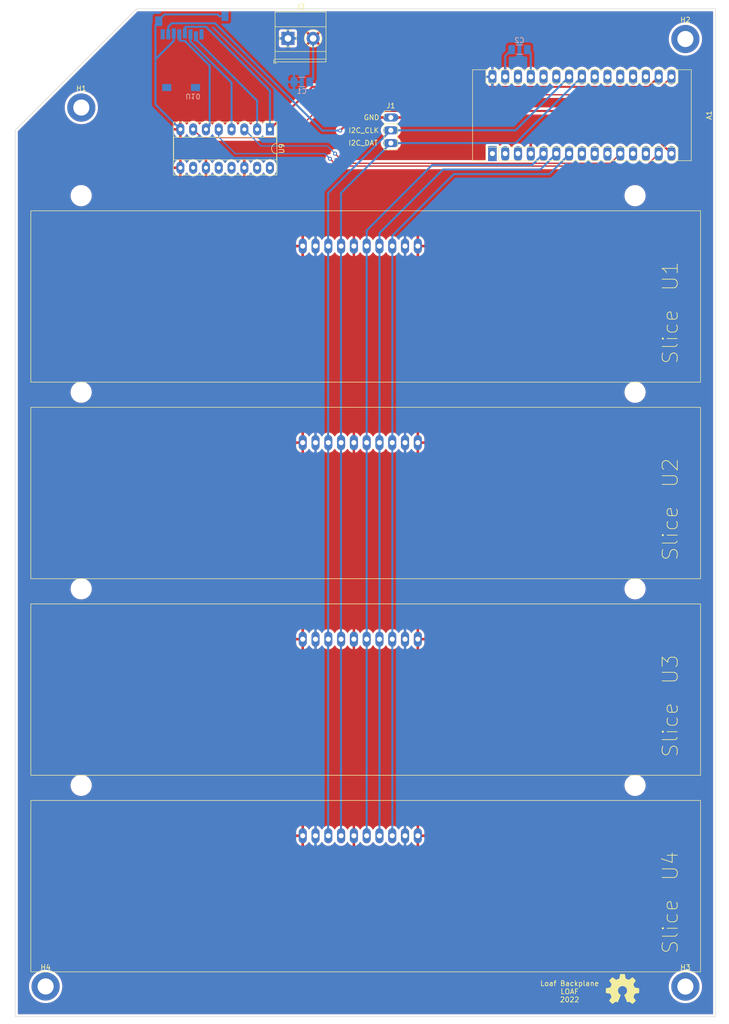
<source format=kicad_pcb>
(kicad_pcb (version 20211014) (generator pcbnew)
  (layers (0 "F.Cu" signal) (31 "B.Cu" signal) (34 "B.Paste" user) (35 "F.Paste" user) (36 "B.SilkS" user "B.Silkscreen") (37 "F.SilkS" user "F.Silkscreen") (38 "B.Mask" user) (39 "F.Mask" user) (44 "Edge.Cuts" user))
  (net 0 "")
  (net 4 "GND")
  (net 5 "/E_STOP")
  (net 6 "/INT")
  (net 7 "/SYNC")
  (net 11 "/CS")
  (net 12 "/CS5")
  (net 14 "/DI")
  (net 15 "/DO")
  (net 16 "/CLK")
  (net 17 "/3V3")
  (net 23 "/I2C_DAT")
  (net 24 "/I2C_CLK")
  (net 27 "+5V")
  (net 29 "+12V")
  (net 33 "/DI5")
  (net 35 "/CLK5")
  (footprint "Package_DIP:DIP-16_W7.62mm_Socket_LongPads" (layer "F.Cu") (at 236.484 73.924 -90)
    (fp_text reference "U9" (at 3.81 -2.33 90) (layer "F.SilkS"))
    (fp_text value "CD74HC4050")
    (fp_line (start 6.06 -1.33) (end 4.81 -1.33) (layer "F.SilkS") (width 0.12))
    (fp_line (start 9.06 19.17) (end 9.06 -1.39) (layer "F.SilkS") (width 0.12))
    (fp_line (start -1.44 19.17) (end 9.06 19.17) (layer "F.SilkS") (width 0.12))
    (fp_line (start 6.06 19.11) (end 6.06 -1.33) (layer "F.SilkS") (width 0.12))
    (fp_line (start 1.56 -1.33) (end 1.56 19.11) (layer "F.SilkS") (width 0.12))
    (fp_line (start -1.44 -1.39) (end -1.44 19.17) (layer "F.SilkS") (width 0.12))
    (fp_line (start 9.06 -1.39) (end -1.44 -1.39) (layer "F.SilkS") (width 0.12))
    (fp_line (start 1.56 19.11) (end 6.06 19.11) (layer "F.SilkS") (width 0.12))
    (fp_line (start 2.81 -1.33) (end 1.56 -1.33) (layer "F.SilkS") (width 0.12))
    (fp_arc (start 4.81 -1.33) (mid 3.81 -0.33) (end 2.81 -1.33) (layer "F.SilkS") (width 0.12))
    (pad "1" thru_hole rect (at 0 0 270) (size 2.4 1.6) (drill 0.8) (layers *.Cu *.Mask) (net 17 "/3V3"))
    (pad "2" thru_hole oval (at 0 2.54 270) (size 2.4 1.6) (drill 0.8) (layers *.Cu *.Mask) (net 11 "/CS"))
    (pad "3" thru_hole oval (at 0 5.08 270) (size 2.4 1.6) (drill 0.8) (layers *.Cu *.Mask) (net 12 "/CS5"))
    (pad "4" thru_hole oval (at 0 7.62 270) (size 2.4 1.6) (drill 0.8) (layers *.Cu *.Mask) (net 14 "/DI"))
    (pad "5" thru_hole oval (at 0 10.16 270) (size 2.4 1.6) (drill 0.8) (layers *.Cu *.Mask) (net 33 "/DI5"))
    (pad "6" thru_hole oval (at 0 12.7 270) (size 2.4 1.6) (drill 0.8) (layers *.Cu *.Mask) (net 16 "/CLK"))
    (pad "7" thru_hole oval (at 0 15.24 270) (size 2.4 1.6) (drill 0.8) (layers *.Cu *.Mask) (net 35 "/CLK5"))
    (pad "8" thru_hole oval (at 0 17.78 270) (size 2.4 1.6) (drill 0.8) (layers *.Cu *.Mask) (net 4 "GND"))
    (pad "9" thru_hole oval (at 7.62 17.78 270) (size 2.4 1.6) (drill 0.8) (layers *.Cu *.Mask) (net 4 "GND"))
    (pad "10" thru_hole oval (at 7.62 15.24 270) (size 2.4 1.6) (drill 0.8) (layers *.Cu *.Mask))
    (pad "11" thru_hole oval (at 7.62 12.7 270) (size 2.4 1.6) (drill 0.8) (layers *.Cu *.Mask) (net 4 "GND"))
    (pad "12" thru_hole oval (at 7.62 10.16 270) (size 2.4 1.6) (drill 0.8) (layers *.Cu *.Mask))
    (pad "13" thru_hole oval (at 7.62 7.62 270) (size 2.4 1.6) (drill 0.8) (layers *.Cu *.Mask))
    (pad "14" thru_hole oval (at 7.62 5.08 270) (size 2.4 1.6) (drill 0.8) (layers *.Cu *.Mask) (net 4 "GND"))
    (pad "15" thru_hole oval (at 7.62 2.54 270) (size 2.4 1.6) (drill 0.8) (layers *.Cu *.Mask))
    (pad "16" thru_hole oval (at 7.62 0 270) (size 2.4 1.6) (drill 0.8) (layers *.Cu *.Mask))
  )
  (footprint "MountingHole:MountingHole_3.2mm_M3_DIN965_Pad" (layer "F.Cu") (at 319 244)
    (fp_text reference "H3" (at 0 -3.8) (layer "F.SilkS"))
    (fp_text value "MountingHole")
    (pad "1" thru_hole circle (at 0 0) (size 5.6 5.6) (drill 3.2) (layers *.Cu *.Mask))
  )
  (footprint "Module:Arduino_Nano" (layer "F.Cu") (at 280.67 78.73 90)
    (fp_text reference "A1" (at 7.61 43.05 90) (layer "F.SilkS"))
    (fp_text value "Arduino_Nano_v3.x")
    (fp_line (start -1.4 39.5) (end 16.64 39.5) (layer "F.SilkS") (width 0.12))
    (fp_line (start -1.4 1.27) (end -1.4 39.5) (layer "F.SilkS") (width 0.12))
    (fp_line (start 16.64 -3.94) (end -1.4 -3.94) (layer "F.SilkS") (width 0.12))
    (fp_line (start 13.97 -1.27) (end 13.97 36.83) (layer "F.SilkS") (width 0.12))
    (fp_line (start 1.27 -1.27) (end -1.4 -1.27) (layer "F.SilkS") (width 0.12))
    (fp_line (start 16.64 39.5) (end 16.64 -3.94) (layer "F.SilkS") (width 0.12))
    (fp_line (start 1.27 1.27) (end 1.27 36.83) (layer "F.SilkS") (width 0.12))
    (fp_line (start 13.97 36.83) (end 16.64 36.83) (layer "F.SilkS") (width 0.12))
    (fp_line (start 1.27 1.27) (end -1.4 1.27) (layer "F.SilkS") (width 0.12))
    (fp_line (start 1.27 36.83) (end -1.4 36.83) (layer "F.SilkS") (width 0.12))
    (fp_line (start 1.27 1.27) (end 1.27 -1.27) (layer "F.SilkS") (width 0.12))
    (fp_line (start -1.4 -3.94) (end -1.4 -1.27) (layer "F.SilkS") (width 0.12))
    (fp_line (start 13.97 -1.27) (end 16.64 -1.27) (layer "F.SilkS") (width 0.12))
    (pad "1" thru_hole rect (at 0 0 180) (size 1.7 3) (drill 1) (layers *.Cu *.Mask))
    (pad "2" thru_hole oval (at 0 2.54 180) (size 1.6 3) (drill 1) (layers *.Cu *.Mask))
    (pad "3" thru_hole oval (at 0 5.08 180) (size 1.6 3) (drill 1) (layers *.Cu *.Mask))
    (pad "4" thru_hole oval (at 0 7.62 180) (size 1.6 3) (drill 1) (layers *.Cu *.Mask) (net 4 "GND"))
    (pad "5" thru_hole oval (at 0 10.16 180) (size 1.6 3) (drill 1) (layers *.Cu *.Mask) (net 5 "/E_STOP"))
    (pad "6" thru_hole oval (at 0 12.7 180) (size 1.6 3) (drill 1) (layers *.Cu *.Mask) (net 6 "/INT"))
    (pad "7" thru_hole oval (at 0 15.24 180) (size 1.6 3) (drill 1) (layers *.Cu *.Mask) (net 7 "/SYNC"))
    (pad "8" thru_hole oval (at 0 17.78 180) (size 1.6 3) (drill 1) (layers *.Cu *.Mask))
    (pad "9" thru_hole oval (at 0 20.32 180) (size 1.6 3) (drill 1) (layers *.Cu *.Mask))
    (pad "10" thru_hole oval (at 0 22.86 180) (size 1.6 3) (drill 1) (layers *.Cu *.Mask))
    (pad "11" thru_hole oval (at 0 25.4 180) (size 1.6 3) (drill 1) (layers *.Cu *.Mask) (net 12 "/CS5"))
    (pad "12" thru_hole oval (at 0 27.94 180) (size 1.6 3) (drill 1) (layers *.Cu *.Mask))
    (pad "13" thru_hole oval (at 0 30.48 180) (size 1.6 3) (drill 1) (layers *.Cu *.Mask))
    (pad "14" thru_hole oval (at 0 33.02 180) (size 1.6 3) (drill 1) (layers *.Cu *.Mask) (net 33 "/DI5"))
    (pad "15" thru_hole oval (at 0 35.56 180) (size 1.6 3) (drill 1) (layers *.Cu *.Mask) (net 15 "/DO"))
    (pad "16" thru_hole oval (at 15.24 35.56 180) (size 1.6 3) (drill 1) (layers *.Cu *.Mask) (net 35 "/CLK5"))
    (pad "17" thru_hole oval (at 15.24 33.02 180) (size 1.6 3) (drill 1) (layers *.Cu *.Mask) (net 17 "/3V3"))
    (pad "18" thru_hole oval (at 15.24 30.48 180) (size 1.6 3) (drill 1) (layers *.Cu *.Mask))
    (pad "19" thru_hole oval (at 15.24 27.94 180) (size 1.6 3) (drill 1) (layers *.Cu *.Mask))
    (pad "20" thru_hole oval (at 15.24 25.4 180) (size 1.6 3) (drill 1) (layers *.Cu *.Mask))
    (pad "21" thru_hole oval (at 15.24 22.86 180) (size 1.6 3) (drill 1) (layers *.Cu *.Mask))
    (pad "22" thru_hole oval (at 15.24 20.32 180) (size 1.6 3) (drill 1) (layers *.Cu *.Mask))
    (pad "23" thru_hole oval (at 15.24 17.78 180) (size 1.6 3) (drill 1) (layers *.Cu *.Mask) (net 23 "/I2C_DAT"))
    (pad "24" thru_hole oval (at 15.24 15.24 180) (size 1.6 3) (drill 1) (layers *.Cu *.Mask) (net 24 "/I2C_CLK"))
    (pad "25" thru_hole oval (at 15.24 12.7 180) (size 1.6 3) (drill 1) (layers *.Cu *.Mask))
    (pad "26" thru_hole oval (at 15.24 10.16 180) (size 1.6 3) (drill 1) (layers *.Cu *.Mask))
    (pad "27" thru_hole oval (at 15.24 7.62 180) (size 1.6 3) (drill 1) (layers *.Cu *.Mask) (net 27 "+5V"))
    (pad "28" thru_hole oval (at 15.24 5.08 180) (size 1.6 3) (drill 1) (layers *.Cu *.Mask))
    (pad "29" thru_hole oval (at 15.24 2.54 180) (size 1.6 3) (drill 1) (layers *.Cu *.Mask) (net 4 "GND"))
    (pad "30" thru_hole oval (at 15.24 0 180) (size 1.6 3) (drill 1) (layers *.Cu *.Mask) (net 29 "+12V"))
  )
  (footprint "Custom_Components:BREAD_Slice_Mounting" (layer "F.Cu") (at 309 204.08 180)
    (fp_text reference "U4" (at -7 -16 90 unlocked) (layer "F.SilkS") (effects (font (size 3 3))))
    (fp_text value "BREAD_Slice_Mounting")
    (fp_text user "Slice" (at -7 -28 90 unlocked) (layer "F.SilkS") (effects (font (size 3 3))))
    (fp_rect (start -13 -37) (end 120 -3) (layer "F.SilkS") (width 0.12) (fill none))
    (pad "" np_thru_hole circle (at 0 0 180) (size 3.2 3.2) (drill 3.2) (layers F&B.Cu *.Mask))
    (pad "" np_thru_hole circle (at 110 0 180) (size 3.2 3.2) (drill 3.2) (layers F&B.Cu *.Mask))
    (pad "1" thru_hole oval (at 66 -10) (size 1.6 3) (drill 1) (layers *.Cu *.Mask) (net 4 "GND"))
    (pad "2" thru_hole oval (at 63.46 -10) (size 1.6 3) (drill 1) (layers *.Cu *.Mask) (net 29 "+12V"))
    (pad "3" thru_hole oval (at 60.92 -10 180) (size 1.6 3) (drill 1) (layers *.Cu *.Mask) (net 24 "/I2C_CLK"))
    (pad "4" thru_hole oval (at 58.38 -10 180) (size 1.6 3) (drill 1) (layers *.Cu *.Mask) (net 23 "/I2C_DAT"))
    (pad "5" thru_hole oval (at 55.84 -10 180) (size 1.6 3) (drill 1) (layers *.Cu *.Mask) (net 4 "GND"))
    (pad "6" thru_hole oval (at 53.3 -10 180) (size 1.6 3) (drill 1) (layers *.Cu *.Mask) (net 5 "/E_STOP"))
    (pad "7" thru_hole oval (at 50.76 -10 180) (size 1.6 3) (drill 1) (layers *.Cu *.Mask) (net 6 "/INT"))
    (pad "8" thru_hole oval (at 48.22 -10 180) (size 1.6 3) (drill 1) (layers *.Cu *.Mask) (net 7 "/SYNC"))
    (pad "9" thru_hole oval (at 45.68 -10 180) (size 1.6 3) (drill 1) (layers *.Cu *.Mask) (net 29 "+12V"))
    (pad "10" thru_hole oval (at 43.14 -10 180) (size 1.6 3) (drill 1) (layers *.Cu *.Mask) (net 4 "GND"))
  )
  (footprint "Custom_Components:BREAD_Slice_Mounting" (layer "F.Cu") (at 309 126.08 180)
    (fp_text reference "U2" (at -7 -16 90 unlocked) (layer "F.SilkS") (effects (font (size 3 3))))
    (fp_text value "BREAD_Slice_Mounting")
    (fp_text user "Slice" (at -7 -28 90 unlocked) (layer "F.SilkS") (effects (font (size 3 3))))
    (fp_rect (start -13 -37) (end 120 -3) (layer "F.SilkS") (width 0.12) (fill none))
    (pad "" np_thru_hole circle (at 0 0 180) (size 3.2 3.2) (drill 3.2) (layers F&B.Cu *.Mask))
    (pad "" np_thru_hole circle (at 110 0 180) (size 3.2 3.2) (drill 3.2) (layers F&B.Cu *.Mask))
    (pad "1" thru_hole oval (at 66 -10) (size 1.6 3) (drill 1) (layers *.Cu *.Mask) (net 4 "GND"))
    (pad "2" thru_hole oval (at 63.46 -10) (size 1.6 3) (drill 1) (layers *.Cu *.Mask) (net 29 "+12V"))
    (pad "3" thru_hole oval (at 60.92 -10 180) (size 1.6 3) (drill 1) (layers *.Cu *.Mask) (net 24 "/I2C_CLK"))
    (pad "4" thru_hole oval (at 58.38 -10 180) (size 1.6 3) (drill 1) (layers *.Cu *.Mask) (net 23 "/I2C_DAT"))
    (pad "5" thru_hole oval (at 55.84 -10 180) (size 1.6 3) (drill 1) (layers *.Cu *.Mask) (net 4 "GND"))
    (pad "6" thru_hole oval (at 53.3 -10 180) (size 1.6 3) (drill 1) (layers *.Cu *.Mask) (net 5 "/E_STOP"))
    (pad "7" thru_hole oval (at 50.76 -10 180) (size 1.6 3) (drill 1) (layers *.Cu *.Mask) (net 6 "/INT"))
    (pad "8" thru_hole oval (at 48.22 -10 180) (size 1.6 3) (drill 1) (layers *.Cu *.Mask) (net 7 "/SYNC"))
    (pad "9" thru_hole oval (at 45.68 -10 180) (size 1.6 3) (drill 1) (layers *.Cu *.Mask) (net 29 "+12V"))
    (pad "10" thru_hole oval (at 43.14 -10 180) (size 1.6 3) (drill 1) (layers *.Cu *.Mask) (net 4 "GND"))
  )
  (footprint "MountingHole:MountingHole_3.2mm_M3_DIN965_Pad" (layer "F.Cu") (at 199.03 69.6)
    (fp_text reference "H1" (at 0 -3.8) (layer "F.SilkS"))
    (fp_text value "MountingHole")
    (pad "1" thru_hole circle (at 0 0) (size 5.6 5.6) (drill 3.2) (layers *.Cu *.Mask))
  )
  (footprint "MountingHole:MountingHole_3.2mm_M3_DIN965_Pad" (layer "F.Cu") (at 191.94 243.98)
    (fp_text reference "H4" (at 0 -3.8) (layer "F.SilkS"))
    (fp_text value "MountingHole")
    (pad "1" thru_hole circle (at 0 0) (size 5.6 5.6) (drill 3.2) (layers *.Cu *.Mask))
  )
  (footprint "Custom_Components:BREAD_Slice_Mounting" (layer "F.Cu") (at 309 165.08 180)
    (fp_text reference "U3" (at -7 -16 90 unlocked) (layer "F.SilkS") (effects (font (size 3 3))))
    (fp_text value "BREAD_Slice_Mounting")
    (fp_text user "Slice" (at -7 -28 90 unlocked) (layer "F.SilkS") (effects (font (size 3 3))))
    (fp_rect (start -13 -37) (end 120 -3) (layer "F.SilkS") (width 0.12) (fill none))
    (pad "" np_thru_hole circle (at 110 0 180) (size 3.2 3.2) (drill 3.2) (layers F&B.Cu *.Mask))
    (pad "" np_thru_hole circle (at 0 0 180) (size 3.2 3.2) (drill 3.2) (layers F&B.Cu *.Mask))
    (pad "1" thru_hole oval (at 66 -10) (size 1.6 3) (drill 1) (layers *.Cu *.Mask) (net 4 "GND"))
    (pad "2" thru_hole oval (at 63.46 -10) (size 1.6 3) (drill 1) (layers *.Cu *.Mask) (net 29 "+12V"))
    (pad "3" thru_hole oval (at 60.92 -10 180) (size 1.6 3) (drill 1) (layers *.Cu *.Mask) (net 24 "/I2C_CLK"))
    (pad "4" thru_hole oval (at 58.38 -10 180) (size 1.6 3) (drill 1) (layers *.Cu *.Mask) (net 23 "/I2C_DAT"))
    (pad "5" thru_hole oval (at 55.84 -10 180) (size 1.6 3) (drill 1) (layers *.Cu *.Mask) (net 4 "GND"))
    (pad "6" thru_hole oval (at 53.3 -10 180) (size 1.6 3) (drill 1) (layers *.Cu *.Mask) (net 5 "/E_STOP"))
    (pad "7" thru_hole oval (at 50.76 -10 180) (size 1.6 3) (drill 1) (layers *.Cu *.Mask) (net 6 "/INT"))
    (pad "8" thru_hole oval (at 48.22 -10 180) (size 1.6 3) (drill 1) (layers *.Cu *.Mask) (net 7 "/SYNC"))
    (pad "9" thru_hole oval (at 45.68 -10 180) (size 1.6 3) (drill 1) (layers *.Cu *.Mask) (net 29 "+12V"))
    (pad "10" thru_hole oval (at 43.14 -10 180) (size 1.6 3) (drill 1) (layers *.Cu *.Mask) (net 4 "GND"))
  )
  (footprint "TerminalBlock_Phoenix:TerminalBlock_Phoenix_MKDS-1,5-2_1x02_P5.00mm_Horizontal" (layer "F.Cu") (at 240.067657 55.88)
    (fp_text reference "J2" (at 2.5 -6.26) (layer "F.SilkS"))
    (fp_text value "Screw_Terminal_01x02")
    (fp_line (start -2.56 -5.261) (end 7.56 -5.261) (layer "F.SilkS") (width 0.12))
    (fp_line (start -2.8 4.16) (end -2.8 4.9) (layer "F.SilkS") (width 0.12))
    (fp_line (start 6.275 -1.069) (end 6.228 -1.023) (layer "F.SilkS") (width 0.12))
    (fp_line (start -2.56 4.1) (end 7.56 4.1) (layer "F.SilkS") (width 0.12))
    (fp_line (start 3.773 1.023) (end 3.726 1.069) (layer "F.SilkS") (width 0.12))
    (fp_line (start 6.07 -1.275) (end 6.035 -1.239) (layer "F.SilkS") (width 0.12))
    (fp_line (start -2.8 4.9) (end -2.3 4.9) (layer "F.SilkS") (width 0.12))
    (fp_line (start -2.56 -5.261) (end -2.56 4.66) (layer "F.SilkS") (width 0.12))
    (fp_line (start -2.56 4.66) (end 7.56 4.66) (layer "F.SilkS") (width 0.12))
    (fp_line (start 7.56 -5.261) (end 7.56 4.66) (layer "F.SilkS") (width 0.12))
    (fp_line (start -2.56 2.6) (end 7.56 2.6) (layer "F.SilkS") (width 0.12))
    (fp_line (start 3.966 1.239) (end 3.931 1.274) (layer "F.SilkS") (width 0.12))
    (fp_line (start -2.56 -2.301) (end 7.56 -2.301) (layer "F.SilkS") (width 0.12))
    (fp_arc (start 0.683318 1.534756) (mid 0.349292 1.643288) (end 0 1.68) (layer "F.SilkS") (width 0.12))
    (fp_arc (start -0.683042 -1.535427) (mid 0.000524 -1.680501) (end 0.684 -1.535) (layer "F.SilkS") (width 0.12))
    (fp_arc (start -1.535427 0.683042) (mid -1.680501 -0.000524) (end -1.535 -0.684) (layer "F.SilkS") (width 0.12))
    (fp_arc (start 1.535427 -0.683042) (mid 1.680501 0.000524) (end 1.535 0.684) (layer "F.SilkS") (width 0.12))
    (fp_arc (start 0.028805 1.680253) (mid -0.335551 1.646659) (end -0.684 1.535) (layer "F.SilkS") (width 0.12))
    (fp_circle (center 5 0) (end 6.68 0) (layer "F.SilkS") (width 0.12) (fill none))
    (pad "1" thru_hole rect (at 0 0) (size 2.6 2.6) (drill 1.3) (layers *.Cu *.Mask) (net 29 "+12V"))
    (pad "2" thru_hole circle (at 5 0) (size 2.6 2.6) (drill 1.3) (layers *.Cu *.Mask) (net 4 "GND"))
  )
  (footprint "MountingHole:MountingHole_3.2mm_M3_DIN965_Pad" (layer "F.Cu") (at 319 56)
    (fp_text reference "H2" (at 0 -3.8) (layer "F.SilkS"))
    (fp_text value "MountingHole")
    (pad "1" thru_hole circle (at 0 0) (size 5.6 5.6) (drill 3.2) (layers *.Cu *.Mask))
  )
  (footprint "Symbol:OSHW-Symbol_6.7x6mm_SilkScreen" (layer "F.Cu") (at 306.5 244.5)
    (fp_text reference "Logo1" hide)
    (fp_text value "Logo_Open_Hardware_Small" hide)
    (fp_poly (pts (xy 0.555814 -2.531069) (xy 0.639635 -2.086445) (xy 0.94892 -1.958947) (xy 1.258206 -1.831449) (xy 1.629246 -2.083754) (xy 1.733157 -2.154004) (xy 1.827087 -2.216728) (xy 1.906652 -2.269062) (xy 1.96747 -2.308143) (xy 2.005157 -2.331107) (xy 2.015421 -2.336058) (xy 2.03391 -2.323324) (xy 2.07342 -2.288118) (xy 2.129522 -2.234938) (xy 2.197787 -2.168282) (xy 2.273786 -2.092646) (xy 2.353092 -2.012528) (xy 2.431275 -1.932426) (xy 2.503907 -1.856836) (xy 2.566559 -1.790255) (xy 2.614803 -1.737182) (xy 2.64421 -1.702113) (xy 2.651241 -1.690377) (xy 2.641123 -1.66874) (xy 2.612759 -1.621338) (xy 2.569129 -1.552807) (xy 2.513218 -1.467785) (xy 2.448006 -1.370907) (xy 2.410219 -1.31565) (xy 2.341343 -1.214752) (xy 2.28014 -1.123701) (xy 2.229578 -1.04703) (xy 2.192628 -0.989272) (xy 2.172258 -0.954957) (xy 2.169197 -0.947746) (xy 2.176136 -0.927252) (xy 2.195051 -0.879487) (xy 2.223087 -0.811168) (xy 2.257391 -0.729011) (xy 2.295109 -0.63973) (xy 2.333387 -0.550042) (xy 2.36937 -0.466662) (xy 2.400206 -0.396306) (xy 2.423039 -0.34569) (xy 2.435017 -0.321529) (xy 2.435724 -0.320578) (xy 2.454531 -0.315964) (xy 2.504618 -0.305672) (xy 2.580793 -0.290713) (xy 2.677865 -0.272099) (xy 2.790643 -0.250841) (xy 2.856442 -0.238582) (xy 2.97695 -0.215638) (xy 3.085797 -0.193805) (xy 3.177476 -0.174278) (xy 3.246481 -0.158252) (xy 3.287304 -0.146921) (xy 3.295511 -0.143326) (xy 3.303548 -0.118994) (xy 3.310033 -0.064041) (xy 3.31497 0.015108) (xy 3.318364 0.112026) (xy 3.320218 0.220287) (xy 3.320538 0.333465) (xy 3.319327 0.445135) (xy 3.31659 0.548868) (xy 3.312331 0.638241) (xy 3.306555 0.706826) (xy 3.299267 0.748197) (xy 3.294895 0.75681) (xy 3.268764 0.767133) (xy 3.213393 0.781892) (xy 3.136107 0.799352) (xy 3.04423 0.81778) (xy 3.012158 0.823741) (xy 2.857524 0.852066) (xy 2.735375 0.874876) (xy 2.641673 0.89308) (xy 2.572384 0.907583) (xy 2.523471 0.919292) (xy 2.490897 0.929115) (xy 2.470628 0.937956) (xy 2.458626 0.946724) (xy 2.456947 0.948457) (xy 2.440184 0.976371) (xy 2.414614 1.030695) (xy 2.382788 1.104777) (xy 2.34726 1.191965) (xy 2.310583 1.285608) (xy 2.275311 1.379052) (xy 2.243996 1.465647) (xy 2.219193 1.53874) (xy 2.203454 1.591678) (xy 2.199332 1.617811) (xy 2.199676 1.618726) (xy 2.213641 1.640086) (xy 2.245322 1.687084) (xy 2.291391 1.754827) (xy 2.348518 1.838423) (xy 2.413373 1.932982) (xy 2.431843 1.959854) (xy 2.497699 2.057275) (xy 2.55565 2.146163) (xy 2.602538 2.221412) (xy 2.635207 2.27792) (xy 2.6505 2.310581) (xy 2.651241 2.314593) (xy 2.638392 2.335684) (xy 2.602888 2.377464) (xy 2.549293 2.435445) (xy 2.482171 2.505135) (xy 2.406087 2.582045) (xy 2.325604 2.661683) (xy 2.245287 2.739561) (xy 2.169699 2.811186) (xy 2.103405 2.87207) (xy 2.050969 2.917721) (xy 2.016955 2.94365) (xy 2.007545 2.947883) (xy 1.985643 2.937912) (xy 1.9408 2.91102) (xy 1.880321 2.871736) (xy 1.833789 2.840117) (xy 1.749475 2.782098) (xy 1.649626 2.713784) (xy 1.549473 2.645579) (xy 1.495627 2.609075) (xy 1.313371 2.4858) (xy 1.160381 2.56852) (xy 1.090682 2.604759) (xy 1.031414 2.632926) (xy 0.991311 2.648991) (xy 0.981103 2.651226) (xy 0.968829 2.634722) (xy 0.944613 2.588082) (xy 0.910263 2.515609) (xy 0.867588 2.421606) (xy 0.818394 2.310374) (xy 0.76449 2.186215) (xy 0.707684 2.053432) (xy 0.649782 1.916327) (xy 0.592593 1.779202) (xy 0.537924 1.646358) (xy 0.487584 1.522098) (xy 0.44338 1.410725) (xy 0.407119 1.316539) (xy 0.380609 1.243844) (xy 0.365658 1.196941) (xy 0.363254 1.180833) (xy 0.382311 1.160286) (xy 0.424036 1.126933) (xy 0.479706 1.087702) (xy 0.484378 1.084599) (xy 0.628264 0.969423) (xy 0.744283 0.835053) (xy 0.83143 0.685784) (xy 0.888699 0.525913) (xy 0.915086 0.359737) (xy 0.909585 0.191552) (xy 0.87119 0.025655) (xy 0.798895 -0.133658) (xy 0.777626 -0.168513) (xy 0.666996 -0.309263) (xy 0.536302 -0.422286) (xy 0.390064 -0.506997) (xy 0.232808 -0.562806) (xy 0.069057 -0.589126) (xy -0.096667 -0.58537) (xy -0.259838 -0.55095) (xy -0.415935 -0.485277) (xy -0.560433 -0.387765) (xy -0.605131 -0.348187) (xy -0.718888 -0.224297) (xy -0.801782 -0.093876) (xy -0.858644 0.052315) (xy -0.890313 0.197088) (xy -0.898131 0.35986) (xy -0.872062 0.52344) (xy -0.814755 0.682298) (xy -0.728856 0.830906) (xy -0.617014 0.963735) (xy -0.481877 1.075256) (xy -0.464117 1.087011) (xy -0.40785 1.125508) (xy -0.365077 1.158863) (xy -0.344628 1.18016) (xy -0.344331 1.180833) (xy -0.348721 1.203871) (xy -0.366124 1.256157) (xy -0.394732 1.33339) (xy -0.432735 1.431268) (xy -0.478326 1.545491) (xy -0.529697 1.671758) (xy -0.585038 1.805767) (xy -0.642542 1.943218) (xy -0.700399 2.079808) (xy -0.756802 2.211237) (xy -0.809942 2.333205) (xy -0.85801 2.441409) (xy -0.899199 2.531549) (xy -0.931699 2.599323) (xy -0.953703 2.64043) (xy -0.962564 2.651226) (xy -0.98964 2.642819) (xy -1.040303 2.620272) (xy -1.105817 2.587613) (xy -1.141841 2.56852) (xy -1.294832 2.4858) (xy -1.477088 2.609075) (xy -1.570125 2.672228) (xy -1.671985 2.741727) (xy -1.767438 2.807165) (xy -1.81525 2.840117) (xy -1.882495 2.885273) (xy -1.939436 2.921057) (xy -1.978646 2.942938) (xy -1.991381 2.947563) (xy -2.009917 2.935085) (xy -2.050941 2.900252) (xy -2.110475 2.846678) (xy -2.184542 2.777983) (xy -2.269165 2.697781) (xy -2.322685 2.646286) (xy -2.416319 2.554286) (xy -2.497241 2.471999) (xy -2.562177 2.402945) (xy -2.607858 2.350644) (xy -2.631011 2.318616) (xy -2.633232 2.312116) (xy -2.622924 2.287394) (xy -2.594439 2.237405) (xy -2.550937 2.167212) (xy -2.495577 2.081875) (xy -2.43152 1.986456) (xy -2.413303 1.959854) (xy -2.346927 1.863167) (xy -2.287378 1.776117) (xy -2.237984 1.703595) (xy -2.202075 1.650493) (xy -2.182981 1.621703) (xy -2.181136 1.618726) (xy -2.183895 1.595782) (xy -2.198538 1.545336) (xy -2.222513 1.474041) (xy -2.253266 1.388547) (xy -2.288244 1.295507) (xy -2.324893 1.201574) (xy -2.360661 1.113399) (xy -2.392994 1.037634) (xy -2.419338 0.980931) (xy -2.437142 0.949943) (xy -2.438407 0.948457) (xy -2.449294 0.939601) (xy -2.467682 0.930843) (xy -2.497606 0.921277) (xy -2.543103 0.909996) (xy -2.608209 0.896093) (xy -2.696961 0.878663) (xy -2.813393 0.856798) (xy -2.961542 0.829591) (xy -2.993618 0.823741) (xy -3.088686 0.805374) (xy -3.171565 0.787405) (xy -3.23493 0.771569) (xy -3.271458 0.7596) (xy -3.276356 0.75681) (xy -3.284427 0.732072) (xy -3.290987 0.67679) (xy -3.296033 0.597389) (xy -3.299559 0.500296) (xy -3.301561 0.391938) (xy -3.302036 0.27874) (xy -3.300977 0.167128) (xy -3.298382 0.063529) (xy -3.294246 -0.025632) (xy -3.288563 -0.093928) (xy -3.281331 -0.134934) (xy -3.276971 -0.143326) (xy -3.252698 -0.151792) (xy -3.197426 -0.165565) (xy -3.116662 -0.18345) (xy -3.015912 -0.204252) (xy -2.900683 -0.226777) (xy -2.837902 -0.238582) (xy -2.718787 -0.260849) (xy -2.612565 -0.281021) (xy -2.524427 -0.298085) (xy -2.459566 -0.311031) (xy -2.423174 -0.318845) (xy -2.417184 -0.320578) (xy -2.407061 -0.34011) (xy -2.385662 -0.387157) (xy -2.355839 -0.454997) (xy -2.320445 -0.536909) (xy -2.282332 -0.626172) (xy -2.244353 -0.716065) (xy -2.20936 -0.799865) (xy -2.180206 -0.870853) (xy -2.159743 -0.922306) (xy -2.150823 -0.947503) (xy -2.150657 -0.948604) (xy -2.160769 -0.968481) (xy -2.189117 -1.014223) (xy -2.232723 -1.081283) (xy -2.288606 -1.165116) (xy -2.353787 -1.261174) (xy -2.391679 -1.31635) (xy -2.460725 -1.417519) (xy -2.52205 -1.50937) (xy -2.572663 -1.587256) (xy -2.609571 -1.646531) (xy -2.629782 -1.682549) (xy -2.632701 -1.690623) (xy -2.620153 -1.709416) (xy -2.585463 -1.749543) (xy -2.533063 -1.806507) (xy -2.467384 -1.875815) (xy -2.392856 -1.952969) (xy -2.313913 -2.033475) (xy -2.234983 -2.112837) (xy -2.1605 -2.18656) (xy -2.094894 -2.250148) (xy -2.042596 -2.299106) (xy -2.008039 -2.328939) (xy -1.996478 -2.336058) (xy -1.977654 -2.326047) (xy -1.932631 -2.297922) (xy -1.865787 -2.254546) (xy -1.781499 -2.198782) (xy -1.684144 -2.133494) (xy -1.610707 -2.083754) (xy -1.239667 -1.831449) (xy -0.621095 -2.086445) (xy -0.537275 -2.531069) (xy -0.453454 -2.975693) (xy 0.471994 -2.975693) (xy 0.555814 -2.531069)) (layer "F.SilkS") (width 0.01) (fill solid))
  )
  (footprint "Custom_Components:BREAD_Slice_Mounting" (layer "F.Cu") (at 309 87.08 180)
    (fp_text reference "U1" (at -7 -16 90 unlocked) (layer "F.SilkS") (effects (font (size 3 3))))
    (fp_text value "BREAD_Slice_Mounting")
    (fp_text user "Slice" (at -7 -28 90 unlocked) (layer "F.SilkS") (effects (font (size 3 3))))
    (fp_rect (start -13 -37) (end 120 -3) (layer "F.SilkS") (width 0.12) (fill none))
    (pad "" np_thru_hole circle (at 0 0 180) (size 3.2 3.2) (drill 3.2) (layers F&B.Cu *.Mask))
    (pad "" np_thru_hole circle (at 110 0 180) (size 3.2 3.2) (drill 3.2) (layers F&B.Cu *.Mask))
    (pad "1" thru_hole oval (at 66 -10) (size 1.6 3) (drill 1) (layers *.Cu *.Mask) (net 4 "GND"))
    (pad "2" thru_hole oval (at 63.46 -10) (size 1.6 3) (drill 1) (layers *.Cu *.Mask) (net 29 "+12V"))
    (pad "3" thru_hole oval (at 60.92 -10 180) (size 1.6 3) (drill 1) (layers *.Cu *.Mask) (net 24 "/I2C_CLK"))
    (pad "4" thru_hole oval (at 58.38 -10 180) (size 1.6 3) (drill 1) (layers *.Cu *.Mask) (net 23 "/I2C_DAT"))
    (pad "5" thru_hole oval (at 55.84 -10 180) (size 1.6 3) (drill 1) (layers *.Cu *.Mask) (net 4 "GND"))
    (pad "6" thru_hole oval (at 53.3 -10 180) (size 1.6 3) (drill 1) (layers *.Cu *.Mask) (net 5 "/E_STOP"))
    (pad "7" thru_hole oval (at 50.76 -10 180) (size 1.6 3) (drill 1) (layers *.Cu *.Mask) (net 6 "/INT"))
    (pad "8" thru_hole oval (at 48.22 -10 180) (size 1.6 3) (drill 1) (layers *.Cu *.Mask) (net 7 "/SYNC"))
    (pad "9" thru_hole oval (at 45.68 -10 180) (size 1.6 3) (drill 1) (layers *.Cu *.Mask) (net 29 "+12V"))
    (pad "10" thru_hole oval (at 43.14 -10 180) (size 1.6 3) (drill 1) (layers *.Cu *.Mask) (net 4 "GND"))
  )
  (footprint "Connector_PinHeader_2.54mm:PinHeader_1x03_P2.54mm_Vertical" (layer "F.Cu") (at 260.5 71.575)
    (fp_text reference "J1" (at 0 -2.33) (layer "F.SilkS"))
    (fp_text value "Conn_01x03_Male")
    (fp_line (start -1.33 1.27) (end 1.33 1.27) (layer "F.SilkS") (width 0.12))
    (fp_line (start -1.33 1.27) (end -1.33 6.41) (layer "F.SilkS") (width 0.12))
    (fp_line (start 1.33 1.27) (end 1.33 6.41) (layer "F.SilkS") (width 0.12))
    (fp_line (start -1.33 6.41) (end 1.33 6.41) (layer "F.SilkS") (width 0.12))
    (fp_line (start -1.33 0) (end -1.33 -1.33) (layer "F.SilkS") (width 0.12))
    (fp_line (start -1.33 -1.33) (end 0 -1.33) (layer "F.SilkS") (width 0.12))
    (pad "1" thru_hole oval (at 0 0 90) (size 1.6 3) (drill 1) (layers *.Cu *.Mask) (net 4 "GND"))
    (pad "2" thru_hole oval (at 0 2.54 90) (size 1.6 3) (drill 1) (layers *.Cu *.Mask) (net 24 "/I2C_CLK"))
    (pad "3" thru_hole oval (at 0 5.08 90) (size 1.6 3) (drill 1) (layers *.Cu *.Mask) (net 23 "/I2C_DAT"))
  )
  (footprint "Extras:C_1206_3216Metric_Pad1.33x1.80mm_HandSolder" (layer "B.Cu") (at 242.824 64.516)
    (fp_text reference "C1" (at 0 1.85) (layer "B.SilkS") (effects (justify mirror)))
    (fp_text value "10uF_t")
    (fp_line (start -0.711252 -0.91) (end 0.711252 -0.91) (layer "B.SilkS") (width 0.12))
    (fp_line (start -0.711252 0.91) (end 0.711252 0.91) (layer "B.SilkS") (width 0.12))
    (pad "1" smd roundrect (at -1.5625 0) (size 1.325 1.8) (layers "B.Cu" "B.Paste" "B.Mask") (roundrect_rratio 0.1886792453) (net 29 "+12V"))
    (pad "2" smd roundrect (at 1.5625 0) (size 1.325 1.8) (layers "B.Cu" "B.Paste" "B.Mask") (roundrect_rratio 0.1886792453) (net 4 "GND"))
  )
  (footprint "Extras:C_1206_3216Metric_Pad1.33x1.80mm_HandSolder" (layer "B.Cu") (at 286.0425 58.1 180)
    (fp_text reference "C2" (at 0 1.85) (layer "B.SilkS") (effects (justify mirror)))
    (fp_text value "10uF_t")
    (fp_line (start -0.711252 -0.91) (end 0.711252 -0.91) (layer "B.SilkS") (width 0.12))
    (fp_line (start -0.711252 0.91) (end 0.711252 0.91) (layer "B.SilkS") (width 0.12))
    (pad "1" smd roundrect (at -1.5625 0 180) (size 1.325 1.8) (layers "B.Cu" "B.Paste" "B.Mask") (roundrect_rratio 0.1886792453) (net 27 "+5V"))
    (pad "2" smd roundrect (at 1.5625 0 180) (size 1.325 1.8) (layers "B.Cu" "B.Paste" "B.Mask") (roundrect_rratio 0.1886792453) (net 4 "GND"))
  )
  (footprint "Extras:micro_SD_LOAF" (layer "B.Cu") (at 213.955 66.02)
    (fp_text reference "U10" (at 7.25 1.35 180 unlocked) (layer "B.SilkS") (effects (justify mirror)))
    (fp_text value "microSD_Connector")
    (pad "" smd rect (at 2.05 -0.4) (size 1.8 1.4) (layers "B.Cu" "B.Paste" "B.Mask"))
    (pad "1" smd rect (at 8.94 -10.95) (size 0.8 2) (layers "B.Cu" "B.Paste" "B.Mask"))
    (pad "2" smd rect (at 7.84 -10.54) (size 0.8 2) (layers "B.Cu" "B.Paste" "B.Mask") (net 11 "/CS"))
    (pad "3" smd rect (at 6.74 -10.95) (size 0.8 2) (layers "B.Cu" "B.Paste" "B.Mask") (net 14 "/DI"))
    (pad "4" smd rect (at 5.64 -11.16) (size 0.8 2) (layers "B.Cu" "B.Paste" "B.Mask") (net 17 "/3V3"))
    (pad "5" smd rect (at 4.54 -10.95) (size 0.8 2) (layers "B.Cu" "B.Paste" "B.Mask") (net 16 "/CLK"))
    (pad "6" smd rect (at 3.44 -11.15) (size 0.8 2) (layers "B.Cu" "B.Paste" "B.Mask") (net 4 "GND"))
    (pad "7" smd rect (at 2.34 -10.95) (size 0.8 2) (layers "B.Cu" "B.Paste" "B.Mask") (net 15 "/DO"))
    (pad "8" smd rect (at 1.24 -10.95) (size 0.8 2) (layers "B.Cu" "B.Paste" "B.Mask"))
    (pad "9" smd rect (at 7.75 -0.4) (size 1.8 1.4) (layers "B.Cu" "B.Paste" "B.Mask"))
    (pad "10" smd rect (at 13.6 -14.55) (size 1.4 1.9) (layers "B.Cu" "B.Paste" "B.Mask") (net 4 "GND"))
    (pad "10" smd rect (at 0.45 -13.55) (size 1.4 1.9) (layers "B.Cu" "B.Paste" "B.Mask") (net 4 "GND"))
  )
  (gr_poly (pts (xy 325 250) (xy 185.92 250) (xy 185.92 74.08) (xy 187.5 72.5) (xy 210 50) (xy 325 50)) (layer "Edge.Cuts") (width 0.1) (fill none))
  (gr_text "I2C_CLK" (at 255.11 74.14) (layer "F.SilkS") (effects (font (size 1 1))))
  (gr_text "I2C_DAT" (at 255.01 76.63) (layer "F.SilkS") (effects (font (size 1 1))))
  (gr_text "GND" (at 256.67 71.57) (layer "F.SilkS") (effects (font (size 1 1))))
  (gr_text "Loaf Backplane\nLOAF\n2022" (at 296 245) (layer "F.SilkS") (effects (font (size 1 1))))
  (segment (start 217.395 54.87) (end 217.395 56.369022) (width 0.4) (layer "B.Cu") (net 4))
  (segment (start 245.067657 63.834843) (end 245.067657 55.88) (width 0.4) (layer "B.Cu") (net 4))
  (segment (start 213.75498 68.97498) (end 213.75498 60.05702) (width 0.4) (layer "B.Cu") (net 4))
  (segment (start 214.405 52.22) (end 215.505 51.12) (width 0.4) (layer "B.Cu") (net 4))
  (segment (start 218.704 73.924) (end 213.75498 68.97498) (width 0.4) (layer "B.Cu") (net 4))
  (segment (start 213.75498 53.12002) (end 214.405 52.47) (width 0.4) (layer "B.Cu") (net 4))
  (segment (start 284.48 58.1) (end 283.21 59.37) (width 0.4) (layer "B.Cu") (net 4))
  (segment (start 217.395 56.369022) (end 213.75498 60.009042) (width 0.4) (layer "B.Cu") (net 4))
  (segment (start 213.75498 60.009042) (end 213.75498 60.05702) (width 0.4) (layer "B.Cu") (net 4))
  (segment (start 215.505 51.12) (end 226.105 51.12) (width 0.4) (layer "B.Cu") (net 4))
  (segment (start 226.105 51.12) (end 226.455 51.47) (width 0.4) (layer "B.Cu") (net 4))
  (segment (start 213.75498 60.05702) (end 213.75498 53.12002) (width 0.4) (layer "B.Cu") (net 4))
  (segment (start 214.405 52.47) (end 214.405 52.22) (width 0.4) (layer "B.Cu") (net 4))
  (segment (start 283.21 59.37) (end 283.21 63.49) (width 0.4) (layer "B.Cu") (net 4))
  (segment (start 244.3865 64.516) (end 245.067657 63.834843) (width 0.4) (layer "B.Cu") (net 4))
  (segment (start 226.455 51.47) (end 227.555 51.47) (width 0.4) (layer "B.Cu") (net 4))
  (segment (start 288.56 81) (end 290.83 78.73) (width 0.4) (layer "B.Cu") (net 5))
  (segment (start 255.7 214) (end 255.7 94) (width 0.4) (layer "B.Cu") (net 5))
  (segment (start 268.7 81) (end 288.56 81) (width 0.4) (layer "B.Cu") (net 5))
  (segment (start 255.7 94) (end 268.7 81) (width 0.4) (layer "B.Cu") (net 5))
  (segment (start 293.37 79.502) (end 293.37 78.73) (width 0.4) (layer "B.Cu") (net 6))
  (segment (start 258.25 94.5) (end 270.85 81.9) (width 0.4) (layer "B.Cu") (net 6))
  (segment (start 258.25 214) (end 258.25 94.5) (width 0.4) (layer "B.Cu") (net 6))
  (segment (start 290.2 81.9) (end 293.37 78.73) (width 0.4) (layer "B.Cu") (net 6))
  (segment (start 270.85 81.9) (end 290.2 81.9) (width 0.4) (layer "B.Cu") (net 6))
  (segment (start 292 82.8) (end 295.91 78.89) (width 0.4) (layer "B.Cu") (net 7))
  (segment (start 295.91 78.89) (end 295.91 78.73) (width 0.4) (layer "B.Cu") (net 7))
  (segment (start 260.8 95) (end 272.996 82.804) (width 0.4) (layer "B.Cu") (net 7))
  (segment (start 272.996 82.8) (end 292 82.8) (width 0.4) (layer "B.Cu") (net 7))
  (segment (start 260.8 214) (end 260.8 95) (width 0.4) (layer "B.Cu") (net 7))
  (segment (start 221.795 56.08) (end 221.795 55.48) (width 0.4) (layer "B.Cu") (net 11))
  (segment (start 233.944 73.924) (end 233.944 68.229) (width 0.4) (layer "B.Cu") (net 11))
  (segment (start 233.944 68.229) (end 221.795 56.08) (width 0.4) (layer "B.Cu") (net 11))
  (segment (start 251.342511 80.654511) (end 249.428 78.74) (width 0.25) (layer "F.Cu") (net 12))
  (segment (start 306.07 78.73) (end 304.145489 80.654511) (width 0.25) (layer "F.Cu") (net 12))
  (segment (start 304.145489 80.654511) (end 251.342511 80.654511) (width 0.25) (layer "F.Cu") (net 12))
  (via (at 249.428 78.74) (size 0.8) (drill 0.4) (layers "F.Cu" "B.Cu") (net 12))
  (segment (start 234.696 77.216) (end 231.404 73.924) (width 0.25) (layer "B.Cu") (net 12))
  (segment (start 247.904 77.216) (end 234.696 77.216) (width 0.25) (layer "B.Cu") (net 12))
  (segment (start 249.428 78.74) (end 247.904 77.216) (width 0.25) (layer "B.Cu") (net 12))
  (segment (start 228.864 73.924) (end 228.864 64.656872) (width 0.4) (layer "B.Cu") (net 14))
  (segment (start 228.864 64.656872) (end 220.695 56.487872) (width 0.4) (layer "B.Cu") (net 14))
  (segment (start 220.695 56.487872) (end 220.695 55.07) (width 0.4) (layer "B.Cu") (net 14))
  (segment (start 250.444 74.168) (end 254.33652 70.27548) (width 0.4) (layer "F.Cu") (net 15))
  (segment (start 254.33652 70.27548) (end 307.77548 70.27548) (width 0.4) (layer "F.Cu") (net 15))
  (segment (start 307.77548 70.27548) (end 316.23 78.73) (width 0.4) (layer "F.Cu") (net 15))
  (via (at 250.444 74.168) (size 0.8) (drill 0.4) (layers "F.Cu" "B.Cu") (net 15))
  (segment (start 216.295 53.570978) (end 216.995 52.870978) (width 0.4) (layer "B.Cu") (net 15))
  (segment (start 250.444 74.168) (end 246.888 74.168) (width 0.4) (layer "B.Cu") (net 15))
  (segment (start 216.295 55.07) (end 216.295 53.570978) (width 0.4) (layer "B.Cu") (net 15))
  (segment (start 225.590978 52.870978) (end 234.188 61.468) (width 0.4) (layer "B.Cu") (net 15))
  (segment (start 216.995 52.870978) (end 225.590978 52.870978) (width 0.4) (layer "B.Cu") (net 15))
  (segment (start 234.188 61.468) (end 246.888 74.168) (width 0.4) (layer "B.Cu") (net 15))
  (segment (start 218.495 56.159022) (end 218.495 55.07) (width 0.4) (layer "B.Cu") (net 16))
  (segment (start 224.52502 73.18298) (end 224.52502 61.30715) (width 0.4) (layer "B.Cu") (net 16))
  (segment (start 218.695489 56.359511) (end 218.495 56.159022) (width 0.4) (layer "B.Cu") (net 16))
  (segment (start 224.52502 61.30715) (end 219.577381 56.359511) (width 0.4) (layer "B.Cu") (net 16))
  (segment (start 223.784 73.924) (end 224.52502 73.18298) (width 0.4) (layer "B.Cu") (net 16))
  (segment (start 219.577381 56.359511) (end 218.695489 56.359511) (width 0.4) (layer "B.Cu") (net 16))
  (segment (start 236.484 73.924) (end 244.91848 65.48952) (width 0.4) (layer "F.Cu") (net 17))
  (segment (start 311.69048 65.48952) (end 313.69 63.49) (width 0.4) (layer "F.Cu") (net 17))
  (segment (start 244.91848 65.48952) (end 311.69048 65.48952) (width 0.4) (layer "F.Cu") (net 17))
  (segment (start 219.795489 53.570489) (end 223.794511 53.570489) (width 0.4) (layer "B.Cu") (net 17))
  (segment (start 219.595 54.86) (end 219.595 53.770978) (width 0.4) (layer "B.Cu") (net 17))
  (segment (start 219.595 53.770978) (end 219.795489 53.570489) (width 0.4) (layer "B.Cu") (net 17))
  (segment (start 223.794511 53.570489) (end 236.484 66.259978) (width 0.4) (layer "B.Cu") (net 17))
  (segment (start 236.484 66.259978) (end 236.484 73.924) (width 0.4) (layer "B.Cu") (net 17))
  (segment (start 285.285 76.655) (end 298.45 63.49) (width 0.4) (layer "B.Cu") (net 23))
  (segment (start 250.6 86.56) (end 260.5 76.66) (width 0.4) (layer "B.Cu") (net 23))
  (segment (start 260.5 76.655) (end 285.285 76.655) (width 0.4) (layer "B.Cu") (net 23))
  (segment (start 250.6 214) (end 250.6 86.56) (width 0.4) (layer "B.Cu") (net 23))
  (segment (start 260.5 76.66) (end 260.5 76.655) (width 0.4) (layer "B.Cu") (net 23))
  (segment (start 248.05 86.56) (end 260.495 74.115) (width 0.4) (layer "B.Cu") (net 24))
  (segment (start 248.05 86.56) (end 248.05 214) (width 0.4) (layer "B.Cu") (net 24))
  (segment (start 260.5 74.115) (end 285.285 74.115) (width 0.4) (layer "B.Cu") (net 24))
  (segment (start 260.495 74.115) (end 260.5 74.115) (width 0.4) (layer "B.Cu") (net 24))
  (segment (start 285.285 74.115) (end 295.91 63.49) (width 0.4) (layer "B.Cu") (net 24))
  (segment (start 288.29 63.49) (end 288.29 58.785) (width 0.4) (layer "B.Cu") (net 27))
  (segment (start 288.29 58.785) (end 287.605 58.1) (width 0.4) (layer "B.Cu") (net 27))
  (segment (start 249.860031 81.204031) (end 311.215969 81.204031) (width 0.25) (layer "F.Cu") (net 33))
  (segment (start 311.215969 81.204031) (end 313.69 78.73) (width 0.25) (layer "F.Cu") (net 33))
  (segment (start 248.412 79.756) (end 249.860031 81.204031) (width 0.25) (layer "F.Cu") (net 33))
  (via (at 248.412 79.756) (size 0.8) (drill 0.4) (layers "F.Cu" "B.Cu") (net 33))
  (segment (start 247.396 78.74) (end 229.616 78.74) (width 0.25) (layer "B.Cu") (net 33))
  (segment (start 226.324 73.924) (end 226.324 75.448) (width 0.25) (layer "B.Cu") (net 33))
  (segment (start 248.412 79.756) (end 247.396 78.74) (width 0.25) (layer "B.Cu") (net 33))
  (segment (start 226.324 75.448) (end 229.616 78.74) (width 0.25) (layer "B.Cu") (net 33))
  (segment (start 221.244 73.924) (end 222.868511 75.548511) (width 0.25) (layer "F.Cu") (net 35))
  (segment (start 248.92 67.056) (end 312.664 67.056) (width 0.25) (layer "F.Cu") (net 35))
  (segment (start 240.427489 75.548511) (end 248.92 67.056) (width 0.25) (layer "F.Cu") (net 35))
  (segment (start 222.868511 75.548511) (end 240.427489 75.548511) (width 0.25) (layer "F.Cu") (net 35))
  (segment (start 312.664 67.056) (end 316.23 63.49) (width 0.25) (layer "F.Cu") (net 35))
  (zone (net 4) (net_name "GND") (layer "F.Cu") (connect_pads (clearance 0.508)) (min_thickness 0.254) (fill yes (thermal_gap 0.508) (thermal_bridge_width 0.508))
    (polygon (pts (xy 327.66 251.46) (xy 182.88 251.46) (xy 182.88 71.12) (xy 185.42 71.12) (xy 208.28 48.26) (xy 327.66 48.26)))
  )
  (zone (net 29) (net_name "+12V") (layer "B.Cu") (connect_pads (clearance 0.508)) (min_thickness 0.254) (fill yes (thermal_gap 0.508) (thermal_bridge_width 0.508))
    (polygon (pts (xy 327.66 251.46) (xy 183.09 251.46) (xy 183.09 71.12) (xy 185.42 71.12) (xy 208.28 48.26) (xy 327.66 48.26)))
  )
)
</source>
